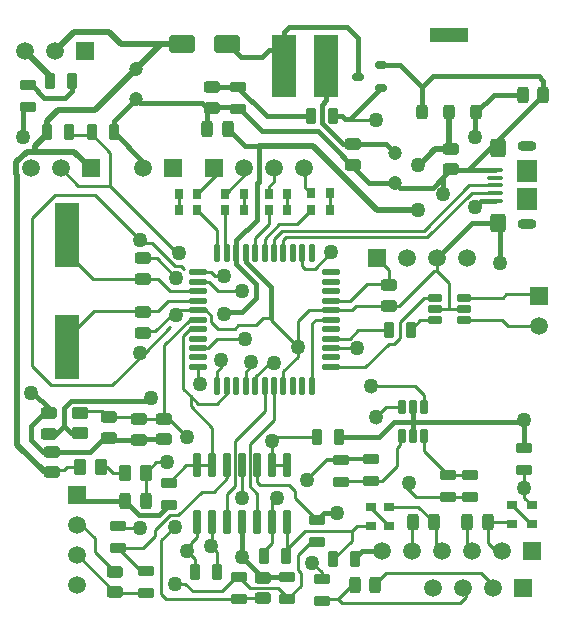
<source format=gtl>
G04*
G04 #@! TF.GenerationSoftware,Altium Limited,Altium Designer,18.1.5 (160)*
G04*
G04 Layer_Physical_Order=1*
G04 Layer_Color=255*
%FSLAX25Y25*%
%MOIN*%
G70*
G01*
G75*
%ADD13C,0.01000*%
G04:AMPARAMS|DCode=14|XSize=39.76mil|YSize=24.02mil|CornerRadius=5.88mil|HoleSize=0mil|Usage=FLASHONLY|Rotation=0.000|XOffset=0mil|YOffset=0mil|HoleType=Round|Shape=RoundedRectangle|*
%AMROUNDEDRECTD14*
21,1,0.03976,0.01225,0,0,0.0*
21,1,0.02800,0.02402,0,0,0.0*
1,1,0.01177,0.01400,-0.00612*
1,1,0.01177,-0.01400,-0.00612*
1,1,0.01177,-0.01400,0.00612*
1,1,0.01177,0.01400,0.00612*
%
%ADD14ROUNDEDRECTD14*%
G04:AMPARAMS|DCode=15|XSize=49.61mil|YSize=129.92mil|CornerRadius=9.92mil|HoleSize=0mil|Usage=FLASHONLY|Rotation=90.000|XOffset=0mil|YOffset=0mil|HoleType=Round|Shape=RoundedRectangle|*
%AMROUNDEDRECTD15*
21,1,0.04961,0.11008,0,0,90.0*
21,1,0.02976,0.12992,0,0,90.0*
1,1,0.01984,0.05504,0.01488*
1,1,0.01984,0.05504,-0.01488*
1,1,0.01984,-0.05504,-0.01488*
1,1,0.01984,-0.05504,0.01488*
%
%ADD15ROUNDEDRECTD15*%
G04:AMPARAMS|DCode=16|XSize=49.61mil|YSize=38.98mil|CornerRadius=9.94mil|HoleSize=0mil|Usage=FLASHONLY|Rotation=270.000|XOffset=0mil|YOffset=0mil|HoleType=Round|Shape=RoundedRectangle|*
%AMROUNDEDRECTD16*
21,1,0.04961,0.01910,0,0,270.0*
21,1,0.02973,0.03898,0,0,270.0*
1,1,0.01988,-0.00955,-0.01486*
1,1,0.01988,-0.00955,0.01486*
1,1,0.01988,0.00955,0.01486*
1,1,0.01988,0.00955,-0.01486*
%
%ADD16ROUNDEDRECTD16*%
G04:AMPARAMS|DCode=17|XSize=39.37mil|YSize=54.33mil|CornerRadius=9.84mil|HoleSize=0mil|Usage=FLASHONLY|Rotation=180.000|XOffset=0mil|YOffset=0mil|HoleType=Round|Shape=RoundedRectangle|*
%AMROUNDEDRECTD17*
21,1,0.03937,0.03465,0,0,180.0*
21,1,0.01968,0.05433,0,0,180.0*
1,1,0.01968,-0.00984,0.01732*
1,1,0.01968,0.00984,0.01732*
1,1,0.01968,0.00984,-0.01732*
1,1,0.01968,-0.00984,-0.01732*
%
%ADD17ROUNDEDRECTD17*%
%ADD18R,0.07087X0.07480*%
G04:AMPARAMS|DCode=19|XSize=62.99mil|YSize=55.12mil|CornerRadius=13.78mil|HoleSize=0mil|Usage=FLASHONLY|Rotation=90.000|XOffset=0mil|YOffset=0mil|HoleType=Round|Shape=RoundedRectangle|*
%AMROUNDEDRECTD19*
21,1,0.06299,0.02756,0,0,90.0*
21,1,0.03543,0.05512,0,0,90.0*
1,1,0.02756,0.01378,0.01772*
1,1,0.02756,0.01378,-0.01772*
1,1,0.02756,-0.01378,-0.01772*
1,1,0.02756,-0.01378,0.01772*
%
%ADD19ROUNDEDRECTD19*%
%ADD20O,0.05315X0.01575*%
G04:AMPARAMS|DCode=21|XSize=39.37mil|YSize=54.33mil|CornerRadius=9.84mil|HoleSize=0mil|Usage=FLASHONLY|Rotation=90.000|XOffset=0mil|YOffset=0mil|HoleType=Round|Shape=RoundedRectangle|*
%AMROUNDEDRECTD21*
21,1,0.03937,0.03465,0,0,90.0*
21,1,0.01968,0.05433,0,0,90.0*
1,1,0.01968,0.01732,0.00984*
1,1,0.01968,0.01732,-0.00984*
1,1,0.01968,-0.01732,-0.00984*
1,1,0.01968,-0.01732,0.00984*
%
%ADD21ROUNDEDRECTD21*%
G04:AMPARAMS|DCode=22|XSize=34.25mil|YSize=54.33mil|CornerRadius=8.73mil|HoleSize=0mil|Usage=FLASHONLY|Rotation=180.000|XOffset=0mil|YOffset=0mil|HoleType=Round|Shape=RoundedRectangle|*
%AMROUNDEDRECTD22*
21,1,0.03425,0.03686,0,0,180.0*
21,1,0.01678,0.05433,0,0,180.0*
1,1,0.01747,-0.00839,0.01843*
1,1,0.01747,0.00839,0.01843*
1,1,0.01747,0.00839,-0.01843*
1,1,0.01747,-0.00839,-0.01843*
%
%ADD22ROUNDEDRECTD22*%
G04:AMPARAMS|DCode=23|XSize=34.25mil|YSize=54.33mil|CornerRadius=8.73mil|HoleSize=0mil|Usage=FLASHONLY|Rotation=90.000|XOffset=0mil|YOffset=0mil|HoleType=Round|Shape=RoundedRectangle|*
%AMROUNDEDRECTD23*
21,1,0.03425,0.03686,0,0,90.0*
21,1,0.01678,0.05433,0,0,90.0*
1,1,0.01747,0.01843,0.00839*
1,1,0.01747,0.01843,-0.00839*
1,1,0.01747,-0.01843,-0.00839*
1,1,0.01747,-0.01843,0.00839*
%
%ADD23ROUNDEDRECTD23*%
G04:AMPARAMS|DCode=24|XSize=35.83mil|YSize=54.33mil|CornerRadius=9.14mil|HoleSize=0mil|Usage=FLASHONLY|Rotation=90.000|XOffset=0mil|YOffset=0mil|HoleType=Round|Shape=RoundedRectangle|*
%AMROUNDEDRECTD24*
21,1,0.03583,0.03606,0,0,90.0*
21,1,0.01756,0.05433,0,0,90.0*
1,1,0.01827,0.01803,0.00878*
1,1,0.01827,0.01803,-0.00878*
1,1,0.01827,-0.01803,-0.00878*
1,1,0.01827,-0.01803,0.00878*
%
%ADD24ROUNDEDRECTD24*%
G04:AMPARAMS|DCode=25|XSize=40.55mil|YSize=55.91mil|CornerRadius=9.94mil|HoleSize=0mil|Usage=FLASHONLY|Rotation=90.000|XOffset=0mil|YOffset=0mil|HoleType=Round|Shape=RoundedRectangle|*
%AMROUNDEDRECTD25*
21,1,0.04055,0.03604,0,0,90.0*
21,1,0.02068,0.05591,0,0,90.0*
1,1,0.01987,0.01802,0.01034*
1,1,0.01987,0.01802,-0.01034*
1,1,0.01987,-0.01802,-0.01034*
1,1,0.01987,-0.01802,0.01034*
%
%ADD25ROUNDEDRECTD25*%
G04:AMPARAMS|DCode=26|XSize=29.13mil|YSize=36.61mil|CornerRadius=7.43mil|HoleSize=0mil|Usage=FLASHONLY|Rotation=270.000|XOffset=0mil|YOffset=0mil|HoleType=Round|Shape=RoundedRectangle|*
%AMROUNDEDRECTD26*
21,1,0.02913,0.02176,0,0,270.0*
21,1,0.01428,0.03661,0,0,270.0*
1,1,0.01486,-0.01088,-0.00714*
1,1,0.01486,-0.01088,0.00714*
1,1,0.01486,0.01088,0.00714*
1,1,0.01486,0.01088,-0.00714*
%
%ADD26ROUNDEDRECTD26*%
G04:AMPARAMS|DCode=27|XSize=81.5mil|YSize=25.98mil|CornerRadius=6.76mil|HoleSize=0mil|Usage=FLASHONLY|Rotation=90.000|XOffset=0mil|YOffset=0mil|HoleType=Round|Shape=RoundedRectangle|*
%AMROUNDEDRECTD27*
21,1,0.08150,0.01247,0,0,90.0*
21,1,0.06798,0.02598,0,0,90.0*
1,1,0.01351,0.00624,0.03399*
1,1,0.01351,0.00624,-0.03399*
1,1,0.01351,-0.00624,-0.03399*
1,1,0.01351,-0.00624,0.03399*
%
%ADD27ROUNDEDRECTD27*%
G04:AMPARAMS|DCode=28|XSize=85.83mil|YSize=59.45mil|CornerRadius=9.81mil|HoleSize=0mil|Usage=FLASHONLY|Rotation=0.000|XOffset=0mil|YOffset=0mil|HoleType=Round|Shape=RoundedRectangle|*
%AMROUNDEDRECTD28*
21,1,0.08583,0.03983,0,0,0.0*
21,1,0.06621,0.05945,0,0,0.0*
1,1,0.01962,0.03310,-0.01991*
1,1,0.01962,-0.03310,-0.01991*
1,1,0.01962,-0.03310,0.01991*
1,1,0.01962,0.03310,0.01991*
%
%ADD28ROUNDEDRECTD28*%
G04:AMPARAMS|DCode=29|XSize=48.82mil|YSize=24.02mil|CornerRadius=5.88mil|HoleSize=0mil|Usage=FLASHONLY|Rotation=270.000|XOffset=0mil|YOffset=0mil|HoleType=Round|Shape=RoundedRectangle|*
%AMROUNDEDRECTD29*
21,1,0.04882,0.01225,0,0,270.0*
21,1,0.03705,0.02402,0,0,270.0*
1,1,0.01177,-0.00612,-0.01853*
1,1,0.01177,-0.00612,0.01853*
1,1,0.01177,0.00612,0.01853*
1,1,0.01177,0.00612,-0.01853*
%
%ADD29ROUNDEDRECTD29*%
%ADD31R,0.07874X0.21654*%
G04:AMPARAMS|DCode=32|XSize=40.55mil|YSize=55.91mil|CornerRadius=9.94mil|HoleSize=0mil|Usage=FLASHONLY|Rotation=0.000|XOffset=0mil|YOffset=0mil|HoleType=Round|Shape=RoundedRectangle|*
%AMROUNDEDRECTD32*
21,1,0.04055,0.03604,0,0,0.0*
21,1,0.02068,0.05591,0,0,0.0*
1,1,0.01987,0.01034,-0.01802*
1,1,0.01987,-0.01034,-0.01802*
1,1,0.01987,-0.01034,0.01802*
1,1,0.01987,0.01034,0.01802*
%
%ADD32ROUNDEDRECTD32*%
G04:AMPARAMS|DCode=33|XSize=59.06mil|YSize=22.44mil|CornerRadius=5.5mil|HoleSize=0mil|Usage=FLASHONLY|Rotation=180.000|XOffset=0mil|YOffset=0mil|HoleType=Round|Shape=RoundedRectangle|*
%AMROUNDEDRECTD33*
21,1,0.05906,0.01145,0,0,180.0*
21,1,0.04806,0.02244,0,0,180.0*
1,1,0.01100,-0.02403,0.00572*
1,1,0.01100,0.02403,0.00572*
1,1,0.01100,0.02403,-0.00572*
1,1,0.01100,-0.02403,-0.00572*
%
%ADD33ROUNDEDRECTD33*%
G04:AMPARAMS|DCode=34|XSize=59.06mil|YSize=22.44mil|CornerRadius=5.5mil|HoleSize=0mil|Usage=FLASHONLY|Rotation=90.000|XOffset=0mil|YOffset=0mil|HoleType=Round|Shape=RoundedRectangle|*
%AMROUNDEDRECTD34*
21,1,0.05906,0.01145,0,0,90.0*
21,1,0.04806,0.02244,0,0,90.0*
1,1,0.01100,0.00572,0.02403*
1,1,0.01100,0.00572,-0.02403*
1,1,0.01100,-0.00572,-0.02403*
1,1,0.01100,-0.00572,0.02403*
%
%ADD34ROUNDEDRECTD34*%
G04:AMPARAMS|DCode=35|XSize=48.82mil|YSize=24.02mil|CornerRadius=5.88mil|HoleSize=0mil|Usage=FLASHONLY|Rotation=180.000|XOffset=0mil|YOffset=0mil|HoleType=Round|Shape=RoundedRectangle|*
%AMROUNDEDRECTD35*
21,1,0.04882,0.01225,0,0,180.0*
21,1,0.03705,0.02402,0,0,180.0*
1,1,0.01177,-0.01853,0.00612*
1,1,0.01177,0.01853,0.00612*
1,1,0.01177,0.01853,-0.00612*
1,1,0.01177,-0.01853,-0.00612*
%
%ADD35ROUNDEDRECTD35*%
G04:AMPARAMS|DCode=36|XSize=29.13mil|YSize=36.61mil|CornerRadius=7.43mil|HoleSize=0mil|Usage=FLASHONLY|Rotation=0.000|XOffset=0mil|YOffset=0mil|HoleType=Round|Shape=RoundedRectangle|*
%AMROUNDEDRECTD36*
21,1,0.02913,0.02176,0,0,0.0*
21,1,0.01428,0.03661,0,0,0.0*
1,1,0.01486,0.00714,-0.01088*
1,1,0.01486,-0.00714,-0.01088*
1,1,0.01486,-0.00714,0.01088*
1,1,0.01486,0.00714,0.01088*
%
%ADD36ROUNDEDRECTD36*%
%ADD66R,0.07874X0.20866*%
%ADD67C,0.01968*%
%ADD68C,0.01575*%
%ADD69C,0.01181*%
%ADD70C,0.00996*%
%ADD71C,0.00984*%
%ADD72R,0.05906X0.05906*%
%ADD73C,0.05906*%
%ADD74O,0.06299X0.03543*%
%ADD75C,0.04724*%
%ADD76R,0.05906X0.05906*%
%ADD77C,0.05000*%
D13*
X516500Y349075D02*
X517264Y349839D01*
X520547D01*
X521709Y351000D01*
X526075D01*
X618067Y404575D02*
X632335D01*
X546079Y426421D02*
X547000Y425500D01*
X531000Y441500D02*
X546079Y426421D01*
X551094Y396094D02*
X558150Y403150D01*
X536760Y378260D02*
X547500Y389000D01*
X539000Y332000D02*
X540500Y330500D01*
X602846Y325839D02*
X605000D01*
X598534Y321527D02*
X602846Y325839D01*
X598534Y316582D02*
Y321527D01*
X637772Y377835D02*
X640740Y374866D01*
Y370862D02*
Y374866D01*
X585000Y332453D02*
Y342000D01*
X582500Y344500D02*
X585000Y342000D01*
X580000Y340500D02*
Y351547D01*
X577500Y344500D02*
Y359500D01*
X575000Y342000D02*
X577500Y344500D01*
X575000Y332453D02*
Y342000D01*
X545864Y426421D02*
X546079D01*
X598534Y316582D02*
X599500Y315616D01*
Y311339D02*
Y315616D01*
X595000Y306839D02*
X599500Y311339D01*
X525764Y332264D02*
X530850Y327177D01*
Y322555D02*
Y327177D01*
Y322555D02*
X537500Y315905D01*
X524411Y362250D02*
X525736Y363575D01*
X583000Y384500D02*
Y386000D01*
X593799Y383000D02*
X598500Y387701D01*
X593799Y377835D02*
Y383000D01*
X589500Y400000D02*
X598500Y391000D01*
X590500Y385500D02*
Y387000D01*
X598500Y387701D02*
Y391000D01*
Y399500D01*
X603248Y377835D02*
Y398748D01*
X573000Y386500D02*
Y388000D01*
Y384000D02*
Y386500D01*
X522000Y461500D02*
X530177D01*
X560370Y376886D02*
Y394465D01*
X554000Y391500D02*
X562500Y400000D01*
X555299Y406299D02*
X565335D01*
X562756Y396850D02*
X565335D01*
X560370Y394465D02*
X562756Y396850D01*
X569654Y399327D02*
Y401366D01*
X567870Y403150D02*
X569654Y401366D01*
X586834Y400500D02*
X589500D01*
X584551Y398217D02*
X586834Y400500D01*
X578717Y398217D02*
X584551D01*
X571500Y393500D02*
X581000D01*
X584350Y380850D02*
X590500Y387000D01*
X562996Y322953D02*
Y325528D01*
X561500Y322953D02*
X562996D01*
X561500D02*
X564339Y320114D01*
X569654Y324500D02*
X571661Y322492D01*
X569654Y324500D02*
X570000Y324847D01*
X635500Y344661D02*
Y345661D01*
X634839Y344000D02*
X635500Y344661D01*
X590000Y359661D02*
X591339Y361000D01*
X604839D01*
X648685Y348161D02*
X656000D01*
X648685Y340839D02*
X656000D01*
X634839Y344000D02*
X638000Y340839D01*
X648685D01*
X640740Y356106D02*
X648685Y348161D01*
X640740Y356106D02*
Y361138D01*
X674000Y344000D02*
Y349839D01*
X632768Y360646D02*
X633260Y361138D01*
X632768Y358299D02*
Y360646D01*
X614000Y346339D02*
X614161Y346177D01*
X622500D01*
X626776D01*
X631721Y351122D01*
Y357252D01*
X632768Y358299D01*
X624500Y367500D02*
X627862Y370862D01*
X633260D01*
X622925Y377835D02*
X637772D01*
X584350D02*
Y380850D01*
X581201Y382701D02*
X583000Y384500D01*
X624500Y365520D02*
Y367500D01*
X581201Y377835D02*
Y382701D01*
X622925Y375953D02*
Y377835D01*
X636500Y331878D02*
X637075Y332453D01*
X636500Y322953D02*
Y331878D01*
X595000Y306839D02*
X596839D01*
X659500Y315500D02*
X664500Y310500D01*
X571661Y316000D02*
Y322492D01*
X564339Y316000D02*
Y320114D01*
X557500Y312000D02*
X561000D01*
X563500Y309500D01*
X573171D02*
X577832Y314161D01*
X563500Y309500D02*
X573171D01*
X545000Y367000D02*
X554000D01*
X525736Y370425D02*
X526661Y369500D01*
X554661Y306839D02*
X579000D01*
X553000Y308500D02*
X554661Y306839D01*
X553000Y308500D02*
Y326500D01*
X577832Y314161D02*
X577883Y314110D01*
X576994Y315000D02*
X577832Y314161D01*
X579000D01*
X582661Y310500D01*
X592000D01*
X595000Y307500D01*
Y306839D02*
Y307500D01*
X579000Y306839D02*
X579236Y307075D01*
X587000D01*
X570000Y324847D02*
Y332453D01*
X562996Y325528D02*
X565000Y327531D01*
Y332453D01*
X676260Y331870D02*
X676500D01*
X670000Y338130D02*
X676260Y331870D01*
X669370Y332500D02*
X670000Y331870D01*
X661925Y332500D02*
X669370D01*
X661925Y325528D02*
X664500Y322953D01*
X661925Y325528D02*
Y332500D01*
X654500Y322953D02*
X655075Y323528D01*
Y332500D01*
X623000Y337370D02*
Y337630D01*
Y337370D02*
X629000Y331370D01*
Y337630D02*
X638748D01*
X643925Y332453D01*
X644500Y331878D01*
Y322953D02*
Y331878D01*
X674000Y340630D02*
Y344000D01*
Y340630D02*
X676500Y338130D01*
X628000Y315500D02*
X659500D01*
X625000Y312500D02*
X628000Y315500D01*
X510000Y384630D02*
Y434000D01*
Y384630D02*
X516370Y378260D01*
X536760D01*
X546000Y389000D02*
X547500D01*
X547000Y396094D02*
X551094D01*
X547500Y389000D02*
X556000Y397500D01*
X571981Y397000D02*
X577500D01*
X578717Y398217D01*
X569654Y399327D02*
X571981Y397000D01*
X510000Y434000D02*
X517500Y441500D01*
X531000D01*
X551594Y420405D02*
X558000Y414000D01*
X547000Y425500D02*
X549902D01*
X547000Y420405D02*
X551594D01*
X549902Y425500D02*
X557500Y417902D01*
X558150Y403150D02*
X565335D01*
X559598Y417902D02*
X560500Y417000D01*
X557500Y417902D02*
X559598D01*
X565335Y403150D02*
X567870D01*
X609665Y390551D02*
X618185D01*
X618236Y390500D01*
X602150Y403150D02*
X609665D01*
X598500Y399500D02*
X602150Y403150D01*
X609665D02*
X616642D01*
X618067Y404575D01*
X632335D02*
X643858Y416098D01*
X644138Y403500D02*
X649000D01*
Y412098D01*
X643858Y416098D02*
X645000D01*
Y420500D01*
Y416098D02*
X649000Y412098D01*
Y403500D02*
X653862D01*
X570000Y351547D02*
Y364000D01*
X562813Y371187D02*
X570000Y364000D01*
X562813Y374443D02*
X565256Y372000D01*
X560370Y376886D02*
X562813Y374443D01*
Y371187D02*
Y374443D01*
X574902Y375411D02*
Y377835D01*
X565256Y372000D02*
X571491D01*
X574902Y375411D01*
X582500Y358500D02*
X590650Y366650D01*
X582500Y344500D02*
Y358500D01*
X590650Y366650D02*
Y377835D01*
X553000Y326500D02*
X557500Y331000D01*
X558335Y422165D02*
X559000D01*
X551425Y352500D02*
X555000D01*
X540500Y330500D02*
X546000D01*
X677500Y398000D02*
X679000Y399500D01*
X668504Y398000D02*
X677500D01*
X666744Y399760D02*
X668504Y398000D01*
X653862Y399760D02*
X666744D01*
X572000Y409500D02*
X580000D01*
X568902Y412598D02*
X572000Y409500D01*
X565335Y412598D02*
X568902D01*
X571752Y382752D02*
X573000Y384000D01*
X571752Y377835D02*
Y382752D01*
X571079Y414421D02*
X574079D01*
X568551Y390551D02*
X571500Y393500D01*
X565335Y390551D02*
X568551D01*
X565335Y379165D02*
X566000Y378500D01*
X565335Y379165D02*
Y384252D01*
X551905Y402906D02*
X555299Y406299D01*
X533425Y369500D02*
X535500Y367425D01*
X526661Y369500D02*
X533425D01*
X594500Y427500D02*
X641776D01*
X593405Y429500D02*
X640500D01*
X655776Y444776D01*
X590650Y426744D02*
X593405Y429500D01*
X654500Y307500D02*
Y310500D01*
X652500Y305500D02*
X654500Y307500D01*
X613252Y305500D02*
X652500D01*
X611913Y306839D02*
X613252Y305500D01*
X522000Y394299D02*
X530606Y402906D01*
X590650Y422165D02*
Y426744D01*
X536000Y444500D02*
Y455677D01*
X530177Y461500D02*
X536000Y455677D01*
X641776Y427500D02*
X656492Y442216D01*
X664468D01*
X655776Y444776D02*
X664468D01*
X555500Y367000D02*
X561500Y361000D01*
X554000Y367000D02*
X555500D01*
X603248Y398748D02*
X604500Y400000D01*
X609665D01*
X625000Y420500D02*
X629000Y416500D01*
Y411425D02*
Y416500D01*
X677500Y398000D02*
X679000D01*
X678000Y408500D02*
X679000Y409500D01*
X668075Y408500D02*
X678000D01*
X666815Y407240D02*
X668075Y408500D01*
X653862Y407240D02*
X666815D01*
X609665Y393701D02*
X616000D01*
X618799Y396500D01*
X628839D01*
X636161D02*
X639421Y399760D01*
X644138D01*
X630500Y392000D02*
X632500Y394000D01*
X628839Y392000D02*
X630500D01*
X621091Y384252D02*
X628839Y392000D01*
X632500Y394000D02*
Y399079D01*
X640661Y407240D01*
X644138D01*
X621701Y412000D02*
X626425D01*
X616000Y406299D02*
X621701Y412000D01*
X609665Y384252D02*
X621091D01*
X609665Y406299D02*
X616000D01*
X565335Y415748D02*
X569752D01*
X571079Y414421D01*
X536000Y444500D02*
X558335Y422165D01*
X525461Y444500D02*
X536000D01*
X519500Y450461D02*
X525461Y444500D01*
X606500Y306839D02*
X611913D01*
X616575Y311500D01*
X547000Y402906D02*
X551905D01*
X547000Y412500D02*
X548000Y413500D01*
X556051Y409449D02*
X565335D01*
X552000Y413500D02*
X556051Y409449D01*
X548000Y413500D02*
X552000D01*
X562500Y400000D02*
X565335D01*
X554000Y367000D02*
Y391500D01*
X522000Y422000D02*
Y428201D01*
Y422000D02*
X530406Y413594D01*
X547000D01*
X530606Y402906D02*
X547000D01*
X544575Y367425D02*
X545000Y367000D01*
X535500Y367425D02*
X544575D01*
X532925Y351000D02*
X535000D01*
X537000Y349000D01*
X541075D01*
X547925Y339500D02*
Y349000D01*
X577500Y359500D02*
X587500Y369500D01*
X547925Y349000D02*
X551425Y352500D01*
X587500Y369500D02*
Y377835D01*
X555500Y345661D02*
X561386Y351547D01*
X565000D01*
X590000D02*
Y359661D01*
Y351547D02*
X595000D01*
X565000D02*
X570000D01*
X593500Y422465D02*
X593799Y422165D01*
X593500Y422465D02*
Y426500D01*
X594500Y427500D01*
D14*
X626260Y477260D02*
D03*
Y484740D02*
D03*
X618740Y481000D02*
D03*
D15*
X649000Y494874D02*
D03*
D16*
X658016Y469126D02*
D03*
X649000D02*
D03*
X639984D02*
D03*
D17*
X673595Y475000D02*
D03*
X680406D02*
D03*
X661905Y332500D02*
D03*
X655094D02*
D03*
X541094Y339500D02*
D03*
X547905D02*
D03*
X568347Y463500D02*
D03*
X575157D02*
D03*
X643905Y332453D02*
D03*
X637094D02*
D03*
X624405Y311500D02*
D03*
X617594D02*
D03*
D18*
X675000Y449500D02*
D03*
Y440051D02*
D03*
D19*
X665354Y457374D02*
D03*
Y432177D02*
D03*
D20*
X664468Y444776D02*
D03*
Y442216D02*
D03*
Y439657D02*
D03*
Y449894D02*
D03*
Y447335D02*
D03*
D21*
X649661Y456906D02*
D03*
Y450095D02*
D03*
X617000Y458405D02*
D03*
Y451594D02*
D03*
X629000Y411406D02*
D03*
Y404595D02*
D03*
X587000Y307095D02*
D03*
Y313906D02*
D03*
X570000Y470595D02*
D03*
Y477406D02*
D03*
X516500Y355906D02*
D03*
Y349095D02*
D03*
X554000Y360169D02*
D03*
Y366980D02*
D03*
X535500Y360595D02*
D03*
Y367406D02*
D03*
X545500Y360020D02*
D03*
Y366831D02*
D03*
X515500Y368831D02*
D03*
Y362020D02*
D03*
X537500Y315905D02*
D03*
Y309095D02*
D03*
X546888Y420405D02*
D03*
Y413594D02*
D03*
Y402406D02*
D03*
Y395595D02*
D03*
D22*
X602945Y468000D02*
D03*
X610268D02*
D03*
X514839Y462500D02*
D03*
X522161D02*
D03*
X529839D02*
D03*
X537161D02*
D03*
X515839Y479500D02*
D03*
X523161D02*
D03*
X571661Y316000D02*
D03*
X564339D02*
D03*
X594661Y321066D02*
D03*
X587339D02*
D03*
X604839Y361000D02*
D03*
X612161D02*
D03*
X617661Y320114D02*
D03*
X610339D02*
D03*
X628839Y396500D02*
D03*
X636161D02*
D03*
D23*
X578500Y477661D02*
D03*
Y470339D02*
D03*
X555500Y338339D02*
D03*
Y345661D02*
D03*
X538500Y331193D02*
D03*
Y323870D02*
D03*
X547905Y316161D02*
D03*
Y308839D02*
D03*
X579000Y306839D02*
D03*
Y314161D02*
D03*
X595000D02*
D03*
Y306839D02*
D03*
X605000Y333161D02*
D03*
Y325839D02*
D03*
X606500Y313661D02*
D03*
Y306339D02*
D03*
X613000Y345839D02*
D03*
Y353161D02*
D03*
X622925Y346177D02*
D03*
Y353500D02*
D03*
X656000Y340839D02*
D03*
Y348161D02*
D03*
X648685Y340839D02*
D03*
Y348161D02*
D03*
X674000Y357161D02*
D03*
Y349839D02*
D03*
D24*
X508500Y478083D02*
D03*
Y470917D02*
D03*
D25*
X526000Y368945D02*
D03*
Y362095D02*
D03*
D26*
X670000Y331870D02*
D03*
Y338130D02*
D03*
X676500D02*
D03*
Y331870D02*
D03*
X629000Y331370D02*
D03*
Y337630D02*
D03*
X623000D02*
D03*
Y331370D02*
D03*
D27*
X595000Y351547D02*
D03*
X590000D02*
D03*
X585000D02*
D03*
X580000D02*
D03*
X575000D02*
D03*
X570000D02*
D03*
X565000D02*
D03*
Y332453D02*
D03*
X570000D02*
D03*
X575000D02*
D03*
X580000D02*
D03*
X585000D02*
D03*
X590000D02*
D03*
X595000D02*
D03*
D28*
X575079Y492000D02*
D03*
X560000D02*
D03*
D29*
X640740Y361138D02*
D03*
X637000D02*
D03*
X633260D02*
D03*
Y370862D02*
D03*
X637000D02*
D03*
X640740D02*
D03*
D31*
X521500Y390890D02*
D03*
Y428291D02*
D03*
D32*
X547925Y349000D02*
D03*
X541075D02*
D03*
X526075Y351000D02*
D03*
X532925D02*
D03*
D33*
X565335Y384252D02*
D03*
Y387402D02*
D03*
Y390551D02*
D03*
Y393701D02*
D03*
Y396850D02*
D03*
Y400000D02*
D03*
Y403150D02*
D03*
Y406299D02*
D03*
Y409449D02*
D03*
Y412598D02*
D03*
Y415748D02*
D03*
X609665D02*
D03*
Y412598D02*
D03*
Y409449D02*
D03*
Y406299D02*
D03*
Y403150D02*
D03*
Y400000D02*
D03*
Y396850D02*
D03*
Y393701D02*
D03*
Y390551D02*
D03*
Y387402D02*
D03*
Y384252D02*
D03*
D34*
X571752Y422165D02*
D03*
X574902D02*
D03*
X578051D02*
D03*
X581201D02*
D03*
X584350D02*
D03*
X587500D02*
D03*
X590650D02*
D03*
X593799D02*
D03*
X596949D02*
D03*
X600098D02*
D03*
X603248D02*
D03*
Y377835D02*
D03*
X600098D02*
D03*
X596949D02*
D03*
X593799D02*
D03*
X590650D02*
D03*
X587500D02*
D03*
X584350D02*
D03*
X581201D02*
D03*
X578051D02*
D03*
X574902D02*
D03*
X571752D02*
D03*
D35*
X644138Y399760D02*
D03*
Y403500D02*
D03*
Y407240D02*
D03*
X653862D02*
D03*
Y403500D02*
D03*
Y399760D02*
D03*
D36*
X565130Y442000D02*
D03*
X558870D02*
D03*
Y436500D02*
D03*
X565130D02*
D03*
X574370Y442000D02*
D03*
X580630D02*
D03*
Y436500D02*
D03*
X574370D02*
D03*
X588870Y442000D02*
D03*
X595130D02*
D03*
Y436500D02*
D03*
X588870D02*
D03*
X602945Y442158D02*
D03*
X609205D02*
D03*
Y436500D02*
D03*
X602945D02*
D03*
D66*
X608087Y484500D02*
D03*
X593913D02*
D03*
D67*
X514165Y349075D02*
X516500D01*
X505000Y358240D02*
X514165Y349075D01*
X638500Y451000D02*
X644425Y456925D01*
X514839Y462500D02*
Y466287D01*
X518551Y470000D01*
X531000D01*
X544500Y483500D01*
X508358Y456000D02*
X511000D01*
X504776Y452418D02*
X508358Y456000D01*
X504776Y448504D02*
Y452418D01*
Y448504D02*
X505000Y448279D01*
X625000Y436500D02*
X638500D01*
X603677Y457823D02*
X625000Y436500D01*
X585500Y457823D02*
X603677D01*
X505000Y358240D02*
Y448279D01*
X638500Y451000D02*
Y451500D01*
X644425Y456925D02*
X649661D01*
X649000Y457587D02*
X649661Y456925D01*
X649000Y457587D02*
Y469126D01*
X511000Y456000D02*
X523961D01*
X511000D02*
Y457823D01*
X514677Y461500D01*
X507500Y489500D02*
X515500Y481500D01*
X517500Y489500D02*
X524000Y496000D01*
X535500D01*
X539500Y492000D01*
X553000D01*
X544500Y483500D02*
X553000Y492000D01*
X560000D01*
X523961Y456000D02*
X529500Y450461D01*
D68*
X680425Y475000D02*
Y479575D01*
X665354Y459929D02*
X680425Y475000D01*
X662713Y457213D02*
X665354D01*
X674606Y432177D02*
X675000Y432571D01*
X605161Y462839D02*
X622342Y445657D01*
X578657Y470917D02*
X586736Y462839D01*
X572335Y470917D02*
X578657D01*
X569476Y470402D02*
X570575Y471500D01*
X568327Y463500D02*
Y470402D01*
X545650Y360150D02*
X554000D01*
X534000Y360575D02*
X535500D01*
X509500Y364425D02*
X515500Y370425D01*
X545500Y360000D02*
X545650Y360150D01*
X536075Y360000D02*
X545500D01*
X540500Y339000D02*
X541575D01*
X513575Y355925D02*
X529350D01*
X527000Y339500D02*
X540000D01*
X540500Y339000D01*
X541575D02*
X545575Y335000D01*
X605000Y333161D02*
X607339Y335500D01*
X611779D01*
X574618Y401382D02*
X575716Y402479D01*
X614500Y458500D02*
X628000D01*
X574000Y400764D02*
Y402000D01*
X589500Y400500D02*
Y411000D01*
X617500Y320500D02*
X619953Y322953D01*
X579934Y320991D02*
Y321000D01*
X580000Y321066D01*
X579934Y320991D02*
X587000Y313925D01*
X580000Y321066D02*
Y332453D01*
X514000Y474000D02*
X520925D01*
X509917Y478083D02*
X514000Y474000D01*
X508500Y478083D02*
X509917D01*
X520925Y474000D02*
X523161Y476236D01*
Y479500D01*
X637000Y361138D02*
Y366000D01*
X630500D02*
X637000D01*
X625500Y361000D02*
X630500Y366000D01*
X673500D02*
X674000Y366500D01*
X637650Y366000D02*
X673500D01*
X637000Y366650D02*
X637650Y366000D01*
X612161Y361000D02*
X625500D01*
X637000Y366650D02*
Y370862D01*
X674000Y357161D02*
Y366500D01*
X619953Y322953D02*
X626500D01*
X587000Y313925D02*
X587236Y314161D01*
X595000D01*
X525000Y341500D02*
X527000Y339500D01*
X509500Y360000D02*
X513575Y355925D01*
X535500Y360575D02*
X536075Y360000D01*
X509500D02*
Y364425D01*
X510425Y375500D02*
X515500Y370425D01*
X509500Y375500D02*
X510425D01*
X529350Y355925D02*
X534000Y360575D01*
X545575Y335000D02*
X552161D01*
X555500Y338339D01*
X507000Y461000D02*
Y469417D01*
X508500Y470917D01*
X547000Y450500D02*
Y452661D01*
X537161Y462500D02*
X547000Y452661D01*
X537161Y462500D02*
Y466319D01*
X544500Y473658D01*
X546083Y472075D01*
X581575Y418850D02*
X582865Y417559D01*
X582941D02*
X589500Y411000D01*
X582865Y417559D02*
X582941D01*
X566653Y472075D02*
X568327Y470402D01*
X546083Y472075D02*
X566653D01*
X571752Y471500D02*
X572335Y470917D01*
X570575Y471500D02*
X571752D01*
X581575Y418850D02*
Y418925D01*
X581201Y419299D02*
Y422165D01*
Y419299D02*
X581575Y418925D01*
X586736Y462839D02*
X605161D01*
X631000Y445657D02*
X632657Y444000D01*
X622342Y445657D02*
X631000D01*
X632657Y444000D02*
X643587D01*
X626260Y484740D02*
X632760D01*
X647000Y442000D02*
Y447413D01*
X643587Y444000D02*
X647000Y447413D01*
X639984Y469126D02*
Y477516D01*
X632760Y484740D02*
X639984Y477516D01*
X643543Y481075D01*
X645000Y420500D02*
X656677Y432177D01*
X651480Y449894D02*
X655394D01*
X656677Y432177D02*
X665354D01*
X655394Y449894D02*
X664468D01*
X666000Y419000D02*
Y431531D01*
X674606Y432177D02*
X675000Y431783D01*
X665354Y432177D02*
X666000Y431531D01*
X647000Y447413D02*
X649661Y450075D01*
X655394Y449894D02*
X662713Y457213D01*
X665354D02*
Y457374D01*
X643543Y481075D02*
X678925D01*
X665354Y457374D02*
X665748Y457768D01*
X665354Y457374D02*
Y459929D01*
X674606Y457374D02*
X675000Y457768D01*
X678925Y481075D02*
X680425Y479575D01*
X578413Y477661D02*
X588256Y467819D01*
X570000Y477425D02*
X571500D01*
X571264Y477661D02*
X571500Y477425D01*
X580854Y457823D02*
X585500D01*
X575177Y463500D02*
X580854Y457823D01*
X571264Y477661D02*
X578413D01*
X593913Y489900D02*
X595291D01*
X588900D02*
X593913D01*
Y495913D01*
Y484500D02*
Y489900D01*
Y495913D02*
X595500Y497500D01*
X615000D01*
X618740Y493760D01*
Y481000D02*
Y493760D01*
X595291Y489500D02*
Y489900D01*
X606500Y471483D02*
X608087Y473070D01*
X606500Y465575D02*
Y471483D01*
Y465575D02*
X613650Y458425D01*
X608087Y473070D02*
Y482000D01*
X613650Y458425D02*
X617000D01*
X610268Y468000D02*
X613161D01*
X614161Y467000D01*
X616000D01*
X585500Y445926D02*
Y457823D01*
X586500Y487500D02*
X588900Y489900D01*
X579579Y487500D02*
X586500D01*
X515500Y362000D02*
X517925D01*
X520547Y364622D01*
X523095Y362075D02*
X525750D01*
X520547Y364622D02*
X523095Y362075D01*
X520547Y364622D02*
Y370547D01*
X523000Y373000D01*
X548500D01*
X549500Y374000D01*
X584500Y407046D02*
Y412000D01*
X578051Y418449D02*
X584500Y412000D01*
X578051Y418449D02*
Y422165D01*
X575716Y402479D02*
X579934D01*
X584500Y407046D01*
X574000Y400764D02*
X574618Y401382D01*
X628000Y458500D02*
X631000Y455500D01*
X588256Y467819D02*
X601839D01*
X585000Y445426D02*
X585500Y445926D01*
X616000Y467000D02*
X626260Y477260D01*
X578051Y422165D02*
Y426421D01*
X585000Y433370D02*
Y445426D01*
X578051Y426421D02*
X585000Y433370D01*
X575079Y492000D02*
X579579Y487500D01*
X658016Y469126D02*
X663890Y475000D01*
X657500Y468610D02*
X658016Y469126D01*
X663890Y475000D02*
X673575D01*
X657500Y461000D02*
Y468610D01*
Y437500D02*
X659657Y439657D01*
X664468D01*
D69*
X613000Y353161D02*
X613339Y353500D01*
X622925D01*
X608161Y353161D02*
X613000D01*
X601500Y346500D02*
X608161Y353161D01*
D70*
X590000Y339000D02*
X591500Y340500D01*
X590000Y332453D02*
Y339000D01*
X586000Y345000D02*
X595500D01*
X585000Y346000D02*
X586000Y345000D01*
X603339Y319000D02*
X606500Y315839D01*
Y313661D02*
Y315839D01*
X595000Y323402D02*
X601098Y329500D01*
X616500D01*
X618370Y331370D02*
X623000D01*
X616500Y329500D02*
X618370Y331370D01*
X610339Y320114D02*
X616500Y326276D01*
Y329500D01*
X594661Y323063D02*
X595000Y323402D01*
Y332453D01*
Y321405D02*
Y323402D01*
X594661Y321066D02*
Y323063D01*
Y321066D02*
X595000Y321405D01*
X590000Y325630D02*
Y332453D01*
X587339Y322969D02*
X590000Y325630D01*
X587339Y321066D02*
Y322969D01*
X585000Y346000D02*
Y351547D01*
X595500Y345000D02*
X597500Y343000D01*
Y340661D02*
Y343000D01*
Y340661D02*
X605000Y333161D01*
X566661Y342661D02*
X570500D01*
X558785Y334785D02*
X566661Y342661D01*
X546888Y323870D02*
X551000Y327982D01*
Y329853D01*
X555932Y334785D01*
X558785D01*
X570500Y342661D02*
X575000Y347161D01*
Y351547D01*
X538500Y323870D02*
X546888D01*
X525000Y321500D02*
X525095D01*
X537500Y309095D01*
X537756Y308839D01*
X547905D01*
X538500Y323870D02*
X546208Y316161D01*
X547905D01*
D71*
X604201Y417000D02*
X609665Y422465D01*
X601000Y417000D02*
X604201D01*
X592283Y431783D02*
X598228D01*
X602945Y436500D01*
X587500Y427000D02*
X592283Y431783D01*
X616000Y467000D02*
X616500Y466500D01*
X624500D01*
X590650Y448150D02*
X593000Y450500D01*
X590650Y446150D02*
Y448150D01*
X588870Y444370D02*
X590650Y446150D01*
X601075Y448575D02*
X603000Y450500D01*
X601075Y444028D02*
Y448575D01*
Y444028D02*
X602945Y442158D01*
X574500Y442000D02*
X583000Y450500D01*
X574370Y442000D02*
X574500D01*
X588870D02*
Y444370D01*
X573000Y449870D02*
Y450500D01*
X565130Y442000D02*
X573000Y449870D01*
X558870Y436500D02*
Y442000D01*
X565130Y436500D02*
X571752Y429878D01*
Y422165D02*
Y429878D01*
X574370Y422697D02*
X574902Y422165D01*
X574370Y422697D02*
Y436500D01*
X584350Y422165D02*
Y427350D01*
X588870Y431870D01*
Y436500D01*
X580630D02*
Y442000D01*
X595130Y436500D02*
Y442000D01*
X609205Y436500D02*
Y442158D01*
X587500Y422165D02*
Y427000D01*
X600098Y417902D02*
X601000Y417000D01*
X600098Y417902D02*
Y422165D01*
D72*
X625000Y420500D02*
D03*
X527500Y489500D02*
D03*
X673575Y310500D02*
D03*
X676500Y322953D02*
D03*
X557000Y450500D02*
D03*
X570500D02*
D03*
X529500Y450461D02*
D03*
D73*
X635000Y420500D02*
D03*
X645000D02*
D03*
X655000D02*
D03*
X517500Y489500D02*
D03*
X507500D02*
D03*
X663575Y310500D02*
D03*
X653575D02*
D03*
X643575D02*
D03*
X626500Y322953D02*
D03*
X636500D02*
D03*
X646500D02*
D03*
X656500D02*
D03*
X666500D02*
D03*
X679000Y398000D02*
D03*
X547000Y450500D02*
D03*
X600500D02*
D03*
X590500D02*
D03*
X580500D02*
D03*
X525000Y311500D02*
D03*
Y321500D02*
D03*
Y331500D02*
D03*
X519500Y450461D02*
D03*
X509500D02*
D03*
D74*
X675000Y457768D02*
D03*
Y431783D02*
D03*
D75*
X544500Y483500D02*
D03*
Y473658D02*
D03*
X631000Y455500D02*
D03*
Y445657D02*
D03*
D76*
X679000Y408000D02*
D03*
X525000Y341500D02*
D03*
D77*
X601500Y346500D02*
D03*
X591500Y340500D02*
D03*
X580000D02*
D03*
X545864Y426421D02*
D03*
X603339Y319000D02*
D03*
X611779Y335500D02*
D03*
X583000Y386000D02*
D03*
X590500Y385500D02*
D03*
X598500Y391000D02*
D03*
X573000Y386500D02*
D03*
X558000Y401500D02*
D03*
X574000Y402000D02*
D03*
X581000Y393500D02*
D03*
X561500Y322953D02*
D03*
X579934Y321000D02*
D03*
X569654Y324500D02*
D03*
X635500Y345661D02*
D03*
X674000Y366500D02*
D03*
X624500Y367500D02*
D03*
X622925Y377835D02*
D03*
X557500Y312000D02*
D03*
X674000Y344000D02*
D03*
X509500Y375500D02*
D03*
X546000Y389000D02*
D03*
X507000Y461000D02*
D03*
X558000Y414000D02*
D03*
X618236Y390500D02*
D03*
X647000Y442000D02*
D03*
X666000Y419000D02*
D03*
X557500Y331000D02*
D03*
X559000Y422165D02*
D03*
X549500Y374000D02*
D03*
X555000Y352500D02*
D03*
X546000Y330500D02*
D03*
X580000Y409500D02*
D03*
X574079Y414421D02*
D03*
X566000Y378500D02*
D03*
X638500Y436500D02*
D03*
Y451500D02*
D03*
X624500Y466500D02*
D03*
X609665Y422465D02*
D03*
X657500Y461000D02*
D03*
Y437500D02*
D03*
X561500Y361000D02*
D03*
X590000Y359661D02*
D03*
M02*

</source>
